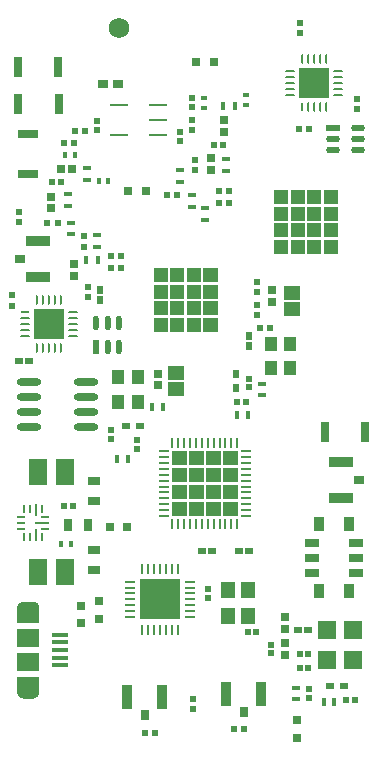
<source format=gtp>
G04*
G04 #@! TF.GenerationSoftware,Altium Limited,Altium Designer,24.9.1 (31)*
G04*
G04 Layer_Color=8421504*
%FSLAX44Y44*%
%MOMM*%
G71*
G04*
G04 #@! TF.SameCoordinates,C615B3E7-4A0B-44CC-A6BC-150B9DE6E2D7*
G04*
G04*
G04 #@! TF.FilePolarity,Positive*
G04*
G01*
G75*
%ADD16R,0.8500X0.8000*%
%ADD17R,2.0000X0.9000*%
%ADD18R,0.8000X0.8500*%
%ADD19R,0.9000X2.0000*%
%ADD20C,0.5000*%
%ADD21R,0.8000X1.7000*%
%ADD22R,0.6500X0.6000*%
%ADD23R,0.4000X0.5000*%
%ADD24R,0.5500X0.6000*%
%ADD25R,0.5121X0.5811*%
%ADD26R,0.6500X0.7000*%
%ADD27R,0.6000X0.5500*%
%ADD28C,1.7300*%
%ADD29R,0.6725X0.7154*%
%ADD30R,0.8128X0.2540*%
%ADD31R,0.2540X0.8128*%
%ADD32R,1.7000X0.8000*%
%ADD33O,2.0500X0.6000*%
%ADD34R,1.6000X1.5000*%
%ADD35R,2.6000X2.6000*%
G04:AMPARAMS|DCode=36|XSize=0.25mm|YSize=0.8mm|CornerRadius=0.125mm|HoleSize=0mm|Usage=FLASHONLY|Rotation=0.000|XOffset=0mm|YOffset=0mm|HoleType=Round|Shape=RoundedRectangle|*
%AMROUNDEDRECTD36*
21,1,0.2500,0.5500,0,0,0.0*
21,1,0.0000,0.8000,0,0,0.0*
1,1,0.2500,0.0000,-0.2750*
1,1,0.2500,0.0000,-0.2750*
1,1,0.2500,0.0000,0.2750*
1,1,0.2500,0.0000,0.2750*
%
%ADD36ROUNDEDRECTD36*%
G04:AMPARAMS|DCode=37|XSize=0.8mm|YSize=0.25mm|CornerRadius=0.125mm|HoleSize=0mm|Usage=FLASHONLY|Rotation=0.000|XOffset=0mm|YOffset=0mm|HoleType=Round|Shape=RoundedRectangle|*
%AMROUNDEDRECTD37*
21,1,0.8000,0.0000,0,0,0.0*
21,1,0.5500,0.2500,0,0,0.0*
1,1,0.2500,0.2750,0.0000*
1,1,0.2500,-0.2750,0.0000*
1,1,0.2500,-0.2750,0.0000*
1,1,0.2500,0.2750,0.0000*
%
%ADD37ROUNDEDRECTD37*%
%ADD38R,0.8000X0.2500*%
%ADD39R,0.6153X0.5725*%
%ADD40R,0.5393X0.4725*%
%ADD41R,0.4725X0.5393*%
%ADD42R,0.5200X0.5200*%
%ADD43R,1.0500X0.6500*%
%ADD44R,0.7200X0.7600*%
%ADD45R,0.5725X0.6153*%
%ADD46R,0.7600X0.7200*%
%ADD47R,0.4100X0.6600*%
%ADD48R,0.5000X0.4000*%
%ADD49R,0.5200X0.5200*%
%ADD50R,1.4986X0.2032*%
%ADD51R,0.8000X0.8000*%
%ADD52R,1.1000X1.3000*%
%ADD53R,0.6750X0.6000*%
%ADD54R,0.4500X0.6750*%
G04:AMPARAMS|DCode=55|XSize=1.2052mm|YSize=0.5298mm|CornerRadius=0.2649mm|HoleSize=0mm|Usage=FLASHONLY|Rotation=90.000|XOffset=0mm|YOffset=0mm|HoleType=Round|Shape=RoundedRectangle|*
%AMROUNDEDRECTD55*
21,1,1.2052,0.0000,0,0,90.0*
21,1,0.6754,0.5298,0,0,90.0*
1,1,0.5298,0.0000,0.3377*
1,1,0.5298,0.0000,-0.3377*
1,1,0.5298,0.0000,-0.3377*
1,1,0.5298,0.0000,0.3377*
%
%ADD55ROUNDEDRECTD55*%
%ADD56R,0.5298X1.2052*%
%ADD57R,0.6000X0.6500*%
%ADD58R,1.3562X1.1544*%
%ADD59R,0.6000X0.6750*%
%ADD60R,0.5500X0.5500*%
%ADD61R,0.5811X0.5121*%
%ADD62R,0.6750X0.4500*%
%ADD63R,0.8000X0.8000*%
%ADD64R,0.6600X0.4100*%
G04:AMPARAMS|DCode=65|XSize=1.2052mm|YSize=0.5298mm|CornerRadius=0.2649mm|HoleSize=0mm|Usage=FLASHONLY|Rotation=0.000|XOffset=0mm|YOffset=0mm|HoleType=Round|Shape=RoundedRectangle|*
%AMROUNDEDRECTD65*
21,1,1.2052,0.0000,0,0,0.0*
21,1,0.6754,0.5298,0,0,0.0*
1,1,0.5298,0.3377,0.0000*
1,1,0.5298,-0.3377,0.0000*
1,1,0.5298,-0.3377,0.0000*
1,1,0.5298,0.3377,0.0000*
%
%ADD65ROUNDEDRECTD65*%
%ADD66R,1.2052X0.5298*%
%ADD67R,2.6000X2.6000*%
G04:AMPARAMS|DCode=68|XSize=0.25mm|YSize=0.8mm|CornerRadius=0.125mm|HoleSize=0mm|Usage=FLASHONLY|Rotation=90.000|XOffset=0mm|YOffset=0mm|HoleType=Round|Shape=RoundedRectangle|*
%AMROUNDEDRECTD68*
21,1,0.2500,0.5500,0,0,90.0*
21,1,0.0000,0.8000,0,0,90.0*
1,1,0.2500,0.2750,0.0000*
1,1,0.2500,0.2750,0.0000*
1,1,0.2500,-0.2750,0.0000*
1,1,0.2500,-0.2750,0.0000*
%
%ADD68ROUNDEDRECTD68*%
G04:AMPARAMS|DCode=69|XSize=0.8mm|YSize=0.25mm|CornerRadius=0.125mm|HoleSize=0mm|Usage=FLASHONLY|Rotation=90.000|XOffset=0mm|YOffset=0mm|HoleType=Round|Shape=RoundedRectangle|*
%AMROUNDEDRECTD69*
21,1,0.8000,0.0000,0,0,90.0*
21,1,0.5500,0.2500,0,0,90.0*
1,1,0.2500,0.0000,0.2750*
1,1,0.2500,0.0000,-0.2750*
1,1,0.2500,0.0000,-0.2750*
1,1,0.2500,0.0000,0.2750*
%
%ADD69ROUNDEDRECTD69*%
%ADD70R,0.2500X0.8000*%
%ADD71R,0.5153X0.4725*%
%ADD72O,0.2000X0.8500*%
%ADD73O,0.8500X0.2000*%
%ADD74R,3.5000X3.5000*%
%ADD75R,1.2500X0.6500*%
%ADD76R,0.8500X1.2500*%
%ADD77R,1.9000X1.5000*%
%ADD78R,1.3500X0.4000*%
%ADD79R,1.5549X2.3062*%
G04:AMPARAMS|DCode=80|XSize=0.625mm|YSize=0.25mm|CornerRadius=0.05mm|HoleSize=0mm|Usage=FLASHONLY|Rotation=0.000|XOffset=0mm|YOffset=0mm|HoleType=Round|Shape=RoundedRectangle|*
%AMROUNDEDRECTD80*
21,1,0.6250,0.1500,0,0,0.0*
21,1,0.5250,0.2500,0,0,0.0*
1,1,0.1000,0.2625,-0.0750*
1,1,0.1000,-0.2625,-0.0750*
1,1,0.1000,-0.2625,0.0750*
1,1,0.1000,0.2625,0.0750*
%
%ADD80ROUNDEDRECTD80*%
G04:AMPARAMS|DCode=81|XSize=0.25mm|YSize=0.675mm|CornerRadius=0.05mm|HoleSize=0mm|Usage=FLASHONLY|Rotation=0.000|XOffset=0mm|YOffset=0mm|HoleType=Round|Shape=RoundedRectangle|*
%AMROUNDEDRECTD81*
21,1,0.2500,0.5750,0,0,0.0*
21,1,0.1500,0.6750,0,0,0.0*
1,1,0.1000,0.0750,-0.2875*
1,1,0.1000,-0.0750,-0.2875*
1,1,0.1000,-0.0750,0.2875*
1,1,0.1000,0.0750,0.2875*
%
%ADD81ROUNDEDRECTD81*%
G04:AMPARAMS|DCode=82|XSize=0.25mm|YSize=0.975mm|CornerRadius=0.05mm|HoleSize=0mm|Usage=FLASHONLY|Rotation=0.000|XOffset=0mm|YOffset=0mm|HoleType=Round|Shape=RoundedRectangle|*
%AMROUNDEDRECTD82*
21,1,0.2500,0.8750,0,0,0.0*
21,1,0.1500,0.9750,0,0,0.0*
1,1,0.1000,0.0750,-0.4375*
1,1,0.1000,-0.0750,-0.4375*
1,1,0.1000,-0.0750,0.4375*
1,1,0.1000,0.0750,0.4375*
%
%ADD82ROUNDEDRECTD82*%
G04:AMPARAMS|DCode=83|XSize=1.225mm|YSize=0.25mm|CornerRadius=0.05mm|HoleSize=0mm|Usage=FLASHONLY|Rotation=0.000|XOffset=0mm|YOffset=0mm|HoleType=Round|Shape=RoundedRectangle|*
%AMROUNDEDRECTD83*
21,1,1.2250,0.1500,0,0,0.0*
21,1,1.1250,0.2500,0,0,0.0*
1,1,0.1000,0.5625,-0.0750*
1,1,0.1000,-0.5625,-0.0750*
1,1,0.1000,-0.5625,0.0750*
1,1,0.1000,0.5625,0.0750*
%
%ADD83ROUNDEDRECTD83*%
%ADD84R,1.2000X1.4000*%
%ADD85R,0.6500X1.0500*%
%ADD86R,0.7000X0.7000*%
%ADD87R,0.8500X0.6500*%
G36*
X283750Y483498D02*
X271750D01*
Y495498D01*
X283750D01*
Y483498D01*
D02*
G37*
G36*
X269750D02*
X257750D01*
Y495498D01*
X269750D01*
Y483498D01*
D02*
G37*
G36*
X255750D02*
X243750D01*
Y495498D01*
X255750D01*
Y483498D01*
D02*
G37*
G36*
X241750D02*
X229750D01*
Y495498D01*
X241750D01*
Y483498D01*
D02*
G37*
G36*
X283750Y469498D02*
X271750D01*
Y481498D01*
X283750D01*
Y469498D01*
D02*
G37*
G36*
X269750D02*
X257750D01*
Y481498D01*
X269750D01*
Y469498D01*
D02*
G37*
G36*
X255750D02*
X243750D01*
Y481498D01*
X255750D01*
Y469498D01*
D02*
G37*
G36*
X241750D02*
X229750D01*
Y481498D01*
X241750D01*
Y469498D01*
D02*
G37*
G36*
X283750Y455498D02*
X271750D01*
Y467498D01*
X283750D01*
Y455498D01*
D02*
G37*
G36*
X269750D02*
X257750D01*
Y467498D01*
X269750D01*
Y455498D01*
D02*
G37*
G36*
X255750D02*
X243750D01*
Y467498D01*
X255750D01*
Y455498D01*
D02*
G37*
G36*
X241750D02*
X229750D01*
Y467498D01*
X241750D01*
Y455498D01*
D02*
G37*
G36*
X283750Y441498D02*
X271750D01*
Y453498D01*
X283750D01*
Y441498D01*
D02*
G37*
G36*
X269750D02*
X257750D01*
Y453498D01*
X269750D01*
Y441498D01*
D02*
G37*
G36*
X255750D02*
X243750D01*
Y453498D01*
X255750D01*
Y441498D01*
D02*
G37*
G36*
X241750D02*
X229750D01*
Y453498D01*
X241750D01*
Y441498D01*
D02*
G37*
G36*
X181750Y417497D02*
X169750D01*
Y429497D01*
X181750D01*
Y417497D01*
D02*
G37*
G36*
X167750D02*
X155750D01*
Y429497D01*
X167750D01*
Y417497D01*
D02*
G37*
G36*
X153750D02*
X141750D01*
Y429497D01*
X153750D01*
Y417497D01*
D02*
G37*
G36*
X139750D02*
X127750D01*
Y429497D01*
X139750D01*
Y417497D01*
D02*
G37*
G36*
X181750Y403497D02*
X169750D01*
Y415497D01*
X181750D01*
Y403497D01*
D02*
G37*
G36*
X167750D02*
X155750D01*
Y415497D01*
X167750D01*
Y403497D01*
D02*
G37*
G36*
X153750D02*
X141750D01*
Y415497D01*
X153750D01*
Y403497D01*
D02*
G37*
G36*
X139750D02*
X127750D01*
Y415497D01*
X139750D01*
Y403497D01*
D02*
G37*
G36*
X181750Y389497D02*
X169750D01*
Y401497D01*
X181750D01*
Y389497D01*
D02*
G37*
G36*
X167750D02*
X155750D01*
Y401497D01*
X167750D01*
Y389497D01*
D02*
G37*
G36*
X153750D02*
X141750D01*
Y401497D01*
X153750D01*
Y389497D01*
D02*
G37*
G36*
X139750D02*
X127750D01*
Y401497D01*
X139750D01*
Y389497D01*
D02*
G37*
G36*
X181750Y375497D02*
X169750D01*
Y387497D01*
X181750D01*
Y375497D01*
D02*
G37*
G36*
X167750D02*
X155750D01*
Y387497D01*
X167750D01*
Y375497D01*
D02*
G37*
G36*
X153750D02*
X141750D01*
Y387497D01*
X153750D01*
Y375497D01*
D02*
G37*
G36*
X139750D02*
X127750D01*
Y387497D01*
X139750D01*
Y375497D01*
D02*
G37*
G36*
X198702Y262351D02*
X186351D01*
Y274702D01*
X198702D01*
Y262351D01*
D02*
G37*
G36*
X184351D02*
X172000D01*
Y274702D01*
X184351D01*
Y262351D01*
D02*
G37*
G36*
X170000D02*
X157649D01*
Y274702D01*
X170000D01*
Y262351D01*
D02*
G37*
G36*
X155649D02*
X143298D01*
Y274702D01*
X155649D01*
Y262351D01*
D02*
G37*
G36*
X198702Y248000D02*
X186351D01*
Y260351D01*
X198702D01*
Y248000D01*
D02*
G37*
G36*
X184351D02*
X172000D01*
Y260351D01*
X184351D01*
Y248000D01*
D02*
G37*
G36*
X170000D02*
X157649D01*
Y260351D01*
X170000D01*
Y248000D01*
D02*
G37*
G36*
X155649D02*
X143298D01*
Y260351D01*
X155649D01*
Y248000D01*
D02*
G37*
G36*
X198702Y233649D02*
X186351D01*
Y246000D01*
X198702D01*
Y233649D01*
D02*
G37*
G36*
X184351D02*
X172000D01*
Y246000D01*
X184351D01*
Y233649D01*
D02*
G37*
G36*
X170000D02*
X157649D01*
Y246000D01*
X170000D01*
Y233649D01*
D02*
G37*
G36*
X155649D02*
X143298D01*
Y246000D01*
X155649D01*
Y233649D01*
D02*
G37*
G36*
X198702Y219298D02*
X186351D01*
Y231649D01*
X198702D01*
Y219298D01*
D02*
G37*
G36*
X184351D02*
X172000D01*
Y231649D01*
X184351D01*
Y219298D01*
D02*
G37*
G36*
X170000D02*
X157649D01*
Y231649D01*
X170000D01*
Y219298D01*
D02*
G37*
G36*
X155649D02*
X143298D01*
Y231649D01*
X155649D01*
Y219298D01*
D02*
G37*
G36*
X26000Y142000D02*
X17000D01*
Y147000D01*
X26000Y147000D01*
Y142000D01*
D02*
G37*
G36*
X31000Y129000D02*
X12000D01*
Y142000D01*
X31000D01*
Y129000D01*
D02*
G37*
G36*
Y70000D02*
X12000D01*
Y83000D01*
X31000D01*
Y70000D01*
D02*
G37*
G36*
X26000Y65000D02*
X17000Y65000D01*
Y70000D01*
X26000D01*
Y65000D01*
D02*
G37*
D16*
X14736Y437249D02*
D03*
X301261Y249996D02*
D03*
D17*
X30002Y452249D02*
D03*
X29998Y422251D02*
D03*
X285997Y235002D02*
D03*
X286003Y264998D02*
D03*
D18*
X204000Y53750D02*
D03*
X120000Y50750D02*
D03*
D19*
X189000Y69000D02*
D03*
X219000Y69000D02*
D03*
X105000Y66000D02*
D03*
X135000Y66000D02*
D03*
D20*
X28500Y70000D02*
G03*
X28500Y70000I-2500J0D01*
G01*
X19500D02*
G03*
X19500Y70000I-2500J0D01*
G01*
X28500Y142000D02*
G03*
X28500Y142000I-2500J0D01*
G01*
X19500D02*
G03*
X19500Y142000I-2500J0D01*
G01*
D21*
X307000Y291000D02*
D03*
X273000D02*
D03*
X13000Y600000D02*
D03*
X47000D02*
D03*
X13134Y568000D02*
D03*
X47134D02*
D03*
D22*
X208250Y190000D02*
D03*
X199750D02*
D03*
X250181Y122658D02*
D03*
X258681D02*
D03*
X13275Y350650D02*
D03*
X21774D02*
D03*
X168750Y190000D02*
D03*
X177250D02*
D03*
D23*
X49432Y195870D02*
D03*
X57432D02*
D03*
X53000Y525000D02*
D03*
X61000D02*
D03*
X89000Y503000D02*
D03*
X81000D02*
D03*
D24*
X72000Y404750D02*
D03*
Y413250D02*
D03*
X14000Y468750D02*
D03*
Y477250D02*
D03*
X160000Y555250D02*
D03*
Y546750D02*
D03*
X252000Y628750D02*
D03*
Y637250D02*
D03*
X300000Y563750D02*
D03*
Y572250D02*
D03*
X161000Y64250D02*
D03*
Y55750D02*
D03*
D25*
X227000Y110655D02*
D03*
Y103345D02*
D03*
X114000Y276345D02*
D03*
Y283655D02*
D03*
X91608Y284970D02*
D03*
Y292280D02*
D03*
X208509Y328663D02*
D03*
Y335973D02*
D03*
X259225Y65728D02*
D03*
Y73038D02*
D03*
D26*
X239000Y124250D02*
D03*
Y133750D02*
D03*
Y102250D02*
D03*
Y111750D02*
D03*
D27*
X195750Y39000D02*
D03*
X204250D02*
D03*
X191250Y495000D02*
D03*
X182750D02*
D03*
X250750Y547000D02*
D03*
X259250D02*
D03*
X226250Y379000D02*
D03*
X217750D02*
D03*
X191250Y485000D02*
D03*
X182750D02*
D03*
X61235Y545241D02*
D03*
X69735D02*
D03*
X100000Y439750D02*
D03*
X91500D02*
D03*
X100000Y429750D02*
D03*
X91500D02*
D03*
X120750Y36000D02*
D03*
X129250D02*
D03*
D28*
X98000Y633000D02*
D03*
D29*
X228132Y410751D02*
D03*
Y401180D02*
D03*
X131000Y339814D02*
D03*
Y330243D02*
D03*
X176667Y522283D02*
D03*
Y512712D02*
D03*
X41000Y489786D02*
D03*
Y480214D02*
D03*
D30*
X136456Y274500D02*
D03*
Y269500D02*
D03*
Y264500D02*
D03*
Y259500D02*
D03*
Y254500D02*
D03*
Y249500D02*
D03*
Y244500D02*
D03*
Y239500D02*
D03*
Y234500D02*
D03*
Y229500D02*
D03*
Y224500D02*
D03*
Y219500D02*
D03*
X205544D02*
D03*
Y224500D02*
D03*
Y229500D02*
D03*
Y234500D02*
D03*
Y239500D02*
D03*
Y244500D02*
D03*
Y249500D02*
D03*
Y254500D02*
D03*
Y259500D02*
D03*
Y264500D02*
D03*
Y269500D02*
D03*
Y274500D02*
D03*
D31*
X143500Y212456D02*
D03*
X148500D02*
D03*
X153500D02*
D03*
X158500D02*
D03*
X163500D02*
D03*
X168500D02*
D03*
X173500D02*
D03*
X178500D02*
D03*
X183500D02*
D03*
X188500D02*
D03*
X193500D02*
D03*
X198500D02*
D03*
Y281544D02*
D03*
X193500D02*
D03*
X188500D02*
D03*
X183500D02*
D03*
X178500D02*
D03*
X173500D02*
D03*
X168500D02*
D03*
X163500D02*
D03*
X158500D02*
D03*
X153500D02*
D03*
X148500D02*
D03*
X143500D02*
D03*
D32*
X21000Y509000D02*
D03*
Y543000D02*
D03*
D33*
X22000Y333100D02*
D03*
Y320400D02*
D03*
Y307700D02*
D03*
Y295000D02*
D03*
X70500Y333100D02*
D03*
Y320400D02*
D03*
Y307700D02*
D03*
Y295000D02*
D03*
D34*
X296141Y97500D02*
D03*
Y122900D02*
D03*
X274141D02*
D03*
Y97500D02*
D03*
D35*
X39000Y382000D02*
D03*
D36*
X29000Y402250D02*
D03*
X34000D02*
D03*
X39000D02*
D03*
X44000D02*
D03*
X49000D02*
D03*
Y361750D02*
D03*
X44000D02*
D03*
X39000D02*
D03*
X34000D02*
D03*
X29000D02*
D03*
D37*
X59250Y392000D02*
D03*
Y387000D02*
D03*
Y382000D02*
D03*
Y377000D02*
D03*
Y372000D02*
D03*
X18750D02*
D03*
Y377000D02*
D03*
Y382000D02*
D03*
Y387000D02*
D03*
D38*
Y392000D02*
D03*
D39*
X139214Y491000D02*
D03*
X147786D02*
D03*
X37714Y468000D02*
D03*
X46286D02*
D03*
D40*
X214666Y121000D02*
D03*
X207334D02*
D03*
D41*
X174000Y157666D02*
D03*
Y150334D02*
D03*
D42*
X51500Y228000D02*
D03*
X59500D02*
D03*
X52000Y535000D02*
D03*
X60000D02*
D03*
D43*
X77000Y232000D02*
D03*
Y249000D02*
D03*
Y190500D02*
D03*
Y173500D02*
D03*
D44*
X60000Y432900D02*
D03*
Y423100D02*
D03*
X187459Y545000D02*
D03*
Y554800D02*
D03*
D45*
X69000Y447714D02*
D03*
Y456286D02*
D03*
X162495Y521331D02*
D03*
Y512760D02*
D03*
D46*
X48838Y513610D02*
D03*
X58638D02*
D03*
D47*
X186409Y566900D02*
D03*
X196509D02*
D03*
X70450Y436000D02*
D03*
X80550D02*
D03*
D48*
X205843Y575689D02*
D03*
Y567690D02*
D03*
X170514Y573159D02*
D03*
Y565160D02*
D03*
D49*
X150000Y545000D02*
D03*
Y537000D02*
D03*
X80000Y554000D02*
D03*
Y546000D02*
D03*
X160006Y565597D02*
D03*
Y573597D02*
D03*
D50*
X131637Y567890D02*
D03*
Y555190D02*
D03*
Y542490D02*
D03*
X98363D02*
D03*
Y567890D02*
D03*
D51*
X106031Y495061D02*
D03*
X121031D02*
D03*
X178500Y604000D02*
D03*
X163500D02*
D03*
X90500Y210000D02*
D03*
X105500D02*
D03*
D52*
X97750Y316500D02*
D03*
Y337500D02*
D03*
X114250D02*
D03*
Y316500D02*
D03*
X226750Y344500D02*
D03*
Y365500D02*
D03*
X243250D02*
D03*
Y344500D02*
D03*
D53*
X116000Y296000D02*
D03*
X104000D02*
D03*
X289141Y75500D02*
D03*
X277141D02*
D03*
D54*
X97006Y267457D02*
D03*
X106256D02*
D03*
X135625Y312000D02*
D03*
X126375D02*
D03*
X207375Y305000D02*
D03*
X198125D02*
D03*
X271516Y62500D02*
D03*
X280766D02*
D03*
D55*
X79164Y383351D02*
D03*
X88664D02*
D03*
X98164D02*
D03*
Y362341D02*
D03*
X88664D02*
D03*
D56*
X79164D02*
D03*
D57*
X208174Y371659D02*
D03*
Y363159D02*
D03*
X82663Y402750D02*
D03*
Y411250D02*
D03*
D58*
X146951Y327283D02*
D03*
Y340800D02*
D03*
X244559Y394474D02*
D03*
Y407992D02*
D03*
D59*
X197065Y328088D02*
D03*
Y340088D02*
D03*
D60*
X215000Y389500D02*
D03*
Y398500D02*
D03*
X215047Y417827D02*
D03*
Y408827D02*
D03*
X8000Y397500D02*
D03*
Y406500D02*
D03*
D61*
X205655Y316000D02*
D03*
X198345D02*
D03*
X251485Y102500D02*
D03*
X258796D02*
D03*
X251345Y91000D02*
D03*
X258655D02*
D03*
X297796Y63500D02*
D03*
X290485D02*
D03*
D62*
X219642Y322318D02*
D03*
Y331568D02*
D03*
X248340Y64909D02*
D03*
Y74159D02*
D03*
D63*
X249000Y46500D02*
D03*
Y31500D02*
D03*
X81000Y132500D02*
D03*
Y147500D02*
D03*
D64*
X58000Y468050D02*
D03*
Y457950D02*
D03*
X80000Y457100D02*
D03*
Y447000D02*
D03*
X55000Y492050D02*
D03*
Y481950D02*
D03*
X71000Y514050D02*
D03*
Y503950D02*
D03*
X171000Y469950D02*
D03*
Y480050D02*
D03*
X149995Y512200D02*
D03*
Y502100D02*
D03*
X160000Y491050D02*
D03*
Y480950D02*
D03*
X188705Y522153D02*
D03*
Y512053D02*
D03*
D65*
X300505Y548500D02*
D03*
Y539000D02*
D03*
Y529500D02*
D03*
X279495D02*
D03*
Y539000D02*
D03*
D66*
Y548500D02*
D03*
D67*
X263250Y586000D02*
D03*
D68*
X243000Y576000D02*
D03*
Y581000D02*
D03*
Y586000D02*
D03*
Y591000D02*
D03*
Y596000D02*
D03*
X283500D02*
D03*
Y591000D02*
D03*
Y586000D02*
D03*
Y581000D02*
D03*
Y576000D02*
D03*
D69*
X253250Y606250D02*
D03*
X258250D02*
D03*
X263250D02*
D03*
X268250D02*
D03*
X273250D02*
D03*
Y565750D02*
D03*
X268250D02*
D03*
X263250D02*
D03*
X258250D02*
D03*
D70*
X253250D02*
D03*
D71*
X41253Y502000D02*
D03*
X48824D02*
D03*
X178539Y534000D02*
D03*
X186110D02*
D03*
D72*
X118000Y123250D02*
D03*
X123000D02*
D03*
X128000D02*
D03*
X133000D02*
D03*
X138000D02*
D03*
X143000D02*
D03*
X148000D02*
D03*
Y174750D02*
D03*
X143000D02*
D03*
X138000D02*
D03*
X133000D02*
D03*
X128000D02*
D03*
X123000D02*
D03*
X118000D02*
D03*
D73*
X158750Y134000D02*
D03*
Y139000D02*
D03*
Y144000D02*
D03*
Y149000D02*
D03*
Y154000D02*
D03*
Y159000D02*
D03*
Y164000D02*
D03*
X107250D02*
D03*
Y159000D02*
D03*
Y154000D02*
D03*
Y149000D02*
D03*
Y144000D02*
D03*
Y139000D02*
D03*
Y134000D02*
D03*
D74*
X133000Y149000D02*
D03*
D75*
X299350Y171700D02*
D03*
Y184400D02*
D03*
X261850D02*
D03*
Y197100D02*
D03*
X299350D02*
D03*
X261850Y171700D02*
D03*
D76*
X293300Y155650D02*
D03*
X267900Y213150D02*
D03*
Y155650D02*
D03*
X293300Y213150D02*
D03*
D77*
X21500Y96000D02*
D03*
Y116000D02*
D03*
D78*
X48500Y93000D02*
D03*
Y99500D02*
D03*
Y106000D02*
D03*
Y112500D02*
D03*
Y119000D02*
D03*
D79*
X29743Y257000D02*
D03*
X52256D02*
D03*
Y172000D02*
D03*
X29743D02*
D03*
D80*
X15205Y218750D02*
D03*
Y213750D02*
D03*
Y208750D02*
D03*
X35955D02*
D03*
Y218750D02*
D03*
D81*
X18080Y201625D02*
D03*
X23080D02*
D03*
X33080D02*
D03*
Y225875D02*
D03*
X23080D02*
D03*
X18080D02*
D03*
D82*
X28080Y203125D02*
D03*
Y224375D02*
D03*
D83*
X32955Y213750D02*
D03*
D84*
X207500Y157000D02*
D03*
Y135000D02*
D03*
X190500D02*
D03*
Y157000D02*
D03*
D85*
X72500Y212000D02*
D03*
X55500D02*
D03*
D86*
X66000Y143000D02*
D03*
Y129000D02*
D03*
D87*
X84750Y585000D02*
D03*
X97250D02*
D03*
M02*

</source>
